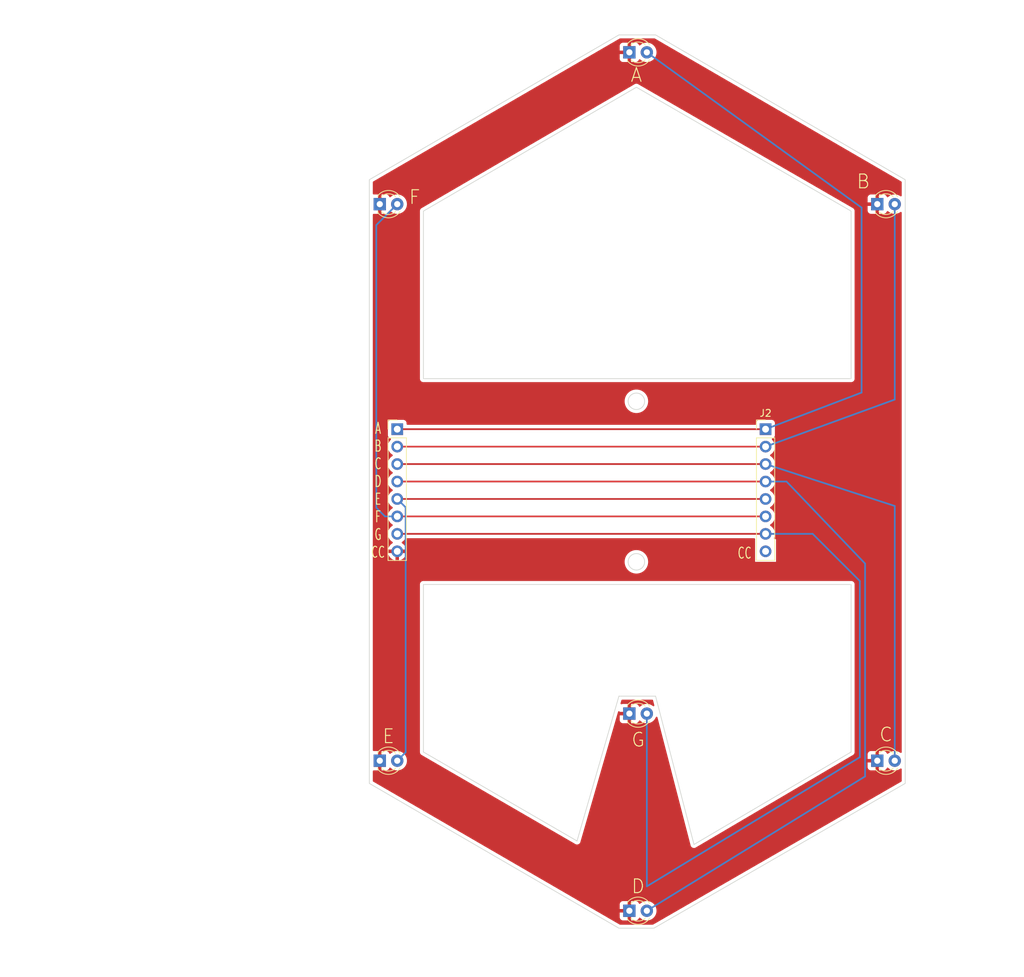
<source format=kicad_pcb>
(kicad_pcb (version 20211014) (generator pcbnew)
  (layers (0 "F.Cu" signal) (31 "B.Cu" signal) (34 "B.Paste" user) (35 "F.Paste" user) (36 "B.SilkS" user "B.Silkscreen") (37 "F.SilkS" user "F.Silkscreen") (38 "B.Mask" user) (39 "F.Mask" user) (44 "Edge.Cuts" user))
  (net 0 "")
  (net 1 "Net-(D4-Pad2)")
  (net 2 "Net-(D1-Pad1)")
  (net 3 "Net-(D1-Pad2)")
  (net 4 "Net-(D2-Pad2)")
  (net 5 "Net-(D3-Pad2)")
  (net 6 "Net-(D5-Pad2)")
  (net 7 "Net-(D6-Pad2)")
  (net 8 "Net-(D7-Pad2)")
  (footprint "Connector_PinHeader_2.54mm:PinHeader_1x08_P2.54mm_Vertical" (layer "F.Cu") (at 82.042 78.989)
    (fp_text reference "J1" hide)
    (fp_text value locked "CONN_08LOCK")
    (fp_line (start -1.33 19.11) (end 1.33 19.11) (layer "F.SilkS") (width 0.12))
    (fp_line (start -1.33 1.27) (end 1.33 1.27) (layer "F.SilkS") (width 0.12))
    (fp_line (start -1.33 1.27) (end -1.33 19.11) (layer "F.SilkS") (width 0.12))
    (fp_line (start 1.33 1.27) (end 1.33 19.11) (layer "F.SilkS") (width 0.12))
    (fp_line (start -1.33 0) (end -1.33 -1.33) (layer "F.SilkS") (width 0.12))
    (fp_line (start -1.33 -1.33) (end 0 -1.33) (layer "F.SilkS") (width 0.12))
    (pad "1" thru_hole rect (at 0 0) (size 1.7 1.7) (drill 1) (layers *.Cu *.Mask) (net 3 "Net-(D1-Pad2)"))
    (pad "2" thru_hole oval (at 0 2.54) (size 1.7 1.7) (drill 1) (layers *.Cu *.Mask) (net 4 "Net-(D2-Pad2)"))
    (pad "3" thru_hole oval (at 0 5.08) (size 1.7 1.7) (drill 1) (layers *.Cu *.Mask) (net 5 "Net-(D3-Pad2)"))
    (pad "4" thru_hole oval (at 0 7.62) (size 1.7 1.7) (drill 1) (layers *.Cu *.Mask) (net 1 "Net-(D4-Pad2)"))
    (pad "5" thru_hole oval (at 0 10.16) (size 1.7 1.7) (drill 1) (layers *.Cu *.Mask) (net 6 "Net-(D5-Pad2)"))
    (pad "6" thru_hole oval (at 0 12.7) (size 1.7 1.7) (drill 1) (layers *.Cu *.Mask) (net 7 "Net-(D6-Pad2)"))
    (pad "7" thru_hole oval (at 0 15.24) (size 1.7 1.7) (drill 1) (layers *.Cu *.Mask) (net 8 "Net-(D7-Pad2)"))
    (pad "8" thru_hole oval (at 0 17.78) (size 1.7 1.7) (drill 1) (layers *.Cu *.Mask) (net 2 "Net-(D1-Pad1)"))
  )
  (footprint "LED_THT:LED_D3.0mm" (layer "F.Cu") (at 79.502 46.228)
    (fp_text reference "D6" hide)
    (fp_text value "LED3MM")
    (fp_line (start -0.29 1.08) (end -0.29 1.236) (layer "F.SilkS") (width 0.12))
    (fp_line (start -0.29 -1.236) (end -0.29 -1.08) (layer "F.SilkS") (width 0.12))
    (fp_arc (start 2.942335 1.078608) (mid 1.366487 1.987659) (end -0.29 1.235516) (layer "F.SilkS") (width 0.12))
    (fp_arc (start 0.229039 -1.08) (mid 1.270117 -1.5) (end 2.31113 -1.079837) (layer "F.SilkS") (width 0.12))
    (fp_arc (start -0.29 -1.235516) (mid 1.366487 -1.987659) (end 2.942335 -1.078608) (layer "F.SilkS") (width 0.12))
    (fp_arc (start 2.31113 1.079837) (mid 1.270117 1.5) (end 0.229039 1.08) (layer "F.SilkS") (width 0.12))
    (pad "1" thru_hole rect (at 0 0) (size 1.8 1.8) (drill 0.9) (layers *.Cu *.Mask) (net 2 "Net-(D1-Pad1)"))
    (pad "2" thru_hole circle (at 2.54 0) (size 1.8 1.8) (drill 0.9) (layers *.Cu *.Mask) (net 7 "Net-(D6-Pad2)"))
  )
  (footprint "LED_THT:LED_D3.0mm" (layer "F.Cu") (at 79.502 127.254)
    (fp_text reference "D5" hide)
    (fp_text value "LED3MM")
    (fp_line (start -0.29 1.08) (end -0.29 1.236) (layer "F.SilkS") (width 0.12))
    (fp_line (start -0.29 -1.236) (end -0.29 -1.08) (layer "F.SilkS") (width 0.12))
    (fp_arc (start 2.31113 1.079837) (mid 1.270117 1.5) (end 0.229039 1.08) (layer "F.SilkS") (width 0.12))
    (fp_arc (start 0.229039 -1.08) (mid 1.270117 -1.5) (end 2.31113 -1.079837) (layer "F.SilkS") (width 0.12))
    (fp_arc (start -0.29 -1.235516) (mid 1.366487 -1.987659) (end 2.942335 -1.078608) (layer "F.SilkS") (width 0.12))
    (fp_arc (start 2.942335 1.078608) (mid 1.366487 1.987659) (end -0.29 1.235516) (layer "F.SilkS") (width 0.12))
    (pad "1" thru_hole rect (at 0 0) (size 1.8 1.8) (drill 0.9) (layers *.Cu *.Mask) (net 2 "Net-(D1-Pad1)"))
    (pad "2" thru_hole circle (at 2.54 0) (size 1.8 1.8) (drill 0.9) (layers *.Cu *.Mask) (net 6 "Net-(D5-Pad2)"))
  )
  (footprint "LED_THT:LED_D3.0mm" (layer "F.Cu") (at 151.892 46.228)
    (fp_text reference "D2" hide)
    (fp_text value "LED3MM")
    (fp_line (start -0.29 -1.236) (end -0.29 -1.08) (layer "F.SilkS") (width 0.12))
    (fp_line (start -0.29 1.08) (end -0.29 1.236) (layer "F.SilkS") (width 0.12))
    (fp_arc (start 2.31113 1.079837) (mid 1.270117 1.5) (end 0.229039 1.08) (layer "F.SilkS") (width 0.12))
    (fp_arc (start -0.29 -1.235516) (mid 1.366487 -1.987659) (end 2.942335 -1.078608) (layer "F.SilkS") (width 0.12))
    (fp_arc (start 2.942335 1.078608) (mid 1.366487 1.987659) (end -0.29 1.235516) (layer "F.SilkS") (width 0.12))
    (fp_arc (start 0.229039 -1.08) (mid 1.270117 -1.5) (end 2.31113 -1.079837) (layer "F.SilkS") (width 0.12))
    (pad "1" thru_hole rect (at 0 0) (size 1.8 1.8) (drill 0.9) (layers *.Cu *.Mask) (net 2 "Net-(D1-Pad1)"))
    (pad "2" thru_hole circle (at 2.54 0) (size 1.8 1.8) (drill 0.9) (layers *.Cu *.Mask) (net 4 "Net-(D2-Pad2)"))
  )
  (footprint "LED_THT:LED_D3.0mm" (layer "F.Cu") (at 115.819 120.396)
    (fp_text reference "D7" hide)
    (fp_text value "LED3MM")
    (fp_line (start -0.29 1.08) (end -0.29 1.236) (layer "F.SilkS") (width 0.12))
    (fp_line (start -0.29 -1.236) (end -0.29 -1.08) (layer "F.SilkS") (width 0.12))
    (fp_arc (start -0.29 -1.235516) (mid 1.366487 -1.987659) (end 2.942335 -1.078608) (layer "F.SilkS") (width 0.12))
    (fp_arc (start 2.31113 1.079837) (mid 1.270117 1.5) (end 0.229039 1.08) (layer "F.SilkS") (width 0.12))
    (fp_arc (start 2.942335 1.078608) (mid 1.366487 1.987659) (end -0.29 1.235516) (layer "F.SilkS") (width 0.12))
    (fp_arc (start 0.229039 -1.08) (mid 1.270117 -1.5) (end 2.31113 -1.079837) (layer "F.SilkS") (width 0.12))
    (pad "1" thru_hole rect (at 0 0) (size 1.8 1.8) (drill 0.9) (layers *.Cu *.Mask) (net 2 "Net-(D1-Pad1)"))
    (pad "2" thru_hole circle (at 2.54 0) (size 1.8 1.8) (drill 0.9) (layers *.Cu *.Mask) (net 8 "Net-(D7-Pad2)"))
  )
  (footprint "LED_THT:LED_D3.0mm" (layer "F.Cu") (at 115.819 149.098)
    (fp_text reference "D4" hide)
    (fp_text value "LED3MM")
    (fp_line (start -0.29 1.08) (end -0.29 1.236) (layer "F.SilkS") (width 0.12))
    (fp_line (start -0.29 -1.236) (end -0.29 -1.08) (layer "F.SilkS") (width 0.12))
    (fp_arc (start 2.942335 1.078608) (mid 1.366487 1.987659) (end -0.29 1.235516) (layer "F.SilkS") (width 0.12))
    (fp_arc (start 2.31113 1.079837) (mid 1.270117 1.5) (end 0.229039 1.08) (layer "F.SilkS") (width 0.12))
    (fp_arc (start 0.229039 -1.08) (mid 1.270117 -1.5) (end 2.31113 -1.079837) (layer "F.SilkS") (width 0.12))
    (fp_arc (start -0.29 -1.235516) (mid 1.366487 -1.987659) (end 2.942335 -1.078608) (layer "F.SilkS") (width 0.12))
    (pad "1" thru_hole rect (at 0 0) (size 1.8 1.8) (drill 0.9) (layers *.Cu *.Mask) (net 2 "Net-(D1-Pad1)"))
    (pad "2" thru_hole circle (at 2.54 0) (size 1.8 1.8) (drill 0.9) (layers *.Cu *.Mask) (net 1 "Net-(D4-Pad2)"))
  )
  (footprint "LED_THT:LED_D3.0mm" (layer "F.Cu") (at 115.819 24.13)
    (fp_text reference "D1" hide)
    (fp_text value "LED3MM")
    (fp_line (start -0.29 1.08) (end -0.29 1.236) (layer "F.SilkS") (width 0.12))
    (fp_line (start -0.29 -1.236) (end -0.29 -1.08) (layer "F.SilkS") (width 0.12))
    (fp_arc (start 2.942335 1.078608) (mid 1.366487 1.987659) (end -0.29 1.235516) (layer "F.SilkS") (width 0.12))
    (fp_arc (start 0.229039 -1.08) (mid 1.270117 -1.5) (end 2.31113 -1.079837) (layer "F.SilkS") (width 0.12))
    (fp_arc (start -0.29 -1.235516) (mid 1.366487 -1.987659) (end 2.942335 -1.078608) (layer "F.SilkS") (width 0.12))
    (fp_arc (start 2.31113 1.079837) (mid 1.270117 1.5) (end 0.229039 1.08) (layer "F.SilkS") (width 0.12))
    (pad "1" thru_hole rect (at 0 0) (size 1.8 1.8) (drill 0.9) (layers *.Cu *.Mask) (net 2 "Net-(D1-Pad1)"))
    (pad "2" thru_hole circle (at 2.54 0) (size 1.8 1.8) (drill 0.9) (layers *.Cu *.Mask) (net 3 "Net-(D1-Pad2)"))
  )
  (footprint "Connector_PinHeader_2.54mm:PinHeader_1x08_P2.54mm_Vertical" (layer "F.Cu") (at 135.636 78.989)
    (fp_text reference "J2" (at 0 -2.33) (layer "F.SilkS"))
    (fp_text value "CONN_07")
    (fp_line (start -1.33 1.27) (end 1.33 1.27) (layer "F.SilkS") (width 0.12))
    (fp_line (start -1.33 19.11) (end 1.33 19.11) (layer "F.SilkS") (width 0.12))
    (fp_line (start -1.33 1.27) (end -1.33 19.11) (layer "F.SilkS") (width 0.12))
    (fp_line (start 1.33 1.27) (end 1.33 19.11) (layer "F.SilkS") (width 0.12))
    (fp_line (start -1.33 0) (end -1.33 -1.33) (layer "F.SilkS") (width 0.12))
    (fp_line (start -1.33 -1.33) (end 0 -1.33) (layer "F.SilkS") (width 0.12))
    (pad "1" thru_hole rect (at 0 0) (size 1.7 1.7) (drill 1) (layers *.Cu *.Mask) (net 3 "Net-(D1-Pad2)"))
    (pad "2" thru_hole oval (at 0 2.54) (size 1.7 1.7) (drill 1) (layers *.Cu *.Mask) (net 4 "Net-(D2-Pad2)"))
    (pad "3" thru_hole oval (at 0 5.08) (size 1.7 1.7) (drill 1) (layers *.Cu *.Mask) (net 5 "Net-(D3-Pad2)"))
    (pad "4" thru_hole oval (at 0 7.62) (size 1.7 1.7) (drill 1) (layers *.Cu *.Mask) (net 1 "Net-(D4-Pad2)"))
    (pad "5" thru_hole oval (at 0 10.16) (size 1.7 1.7) (drill 1) (layers *.Cu *.Mask) (net 6 "Net-(D5-Pad2)"))
    (pad "6" thru_hole oval (at 0 12.7) (size 1.7 1.7) (drill 1) (layers *.Cu *.Mask) (net 7 "Net-(D6-Pad2)"))
    (pad "7" thru_hole oval (at 0 15.24) (size 1.7 1.7) (drill 1) (layers *.Cu *.Mask) (net 8 "Net-(D7-Pad2)"))
    (pad "8" thru_hole oval (at 0 17.78) (size 1.7 1.7) (drill 1) (layers *.Cu *.Mask))
  )
  (footprint "LED_THT:LED_D3.0mm" (layer "F.Cu") (at 151.892 127.254)
    (fp_text reference "D3" hide)
    (fp_text value "LED3MM")
    (fp_line (start -0.29 1.08) (end -0.29 1.236) (layer "F.SilkS") (width 0.12))
    (fp_line (start -0.29 -1.236) (end -0.29 -1.08) (layer "F.SilkS") (width 0.12))
    (fp_arc (start 2.942335 1.078608) (mid 1.366487 1.987659) (end -0.29 1.235516) (layer "F.SilkS") (width 0.12))
    (fp_arc (start 2.31113 1.079837) (mid 1.270117 1.5) (end 0.229039 1.08) (layer "F.SilkS") (width 0.12))
    (fp_arc (start -0.29 -1.235516) (mid 1.366487 -1.987659) (end 2.942335 -1.078608) (layer "F.SilkS") (width 0.12))
    (fp_arc (start 0.229039 -1.08) (mid 1.270117 -1.5) (end 2.31113 -1.079837) (layer "F.SilkS") (width 0.12))
    (pad "1" thru_hole rect (at 0 0) (size 1.8 1.8) (drill 0.9) (layers *.Cu *.Mask) (net 2 "Net-(D1-Pad1)"))
    (pad "2" thru_hole circle (at 2.54 0) (size 1.8 1.8) (drill 0.9) (layers *.Cu *.Mask) (net 5 "Net-(D3-Pad2)"))
  )
  (gr_poly (pts (xy 148.082 47.244) (xy 148.082 71.628) (xy 85.852 71.628) (xy 85.852 47.244) (xy 116.84 29.21)) (layer "Edge.Cuts") (width 0.1) (fill none))
  (gr_line (start 85.852 101.6) (end 85.852 125.984) (layer "Edge.Cuts") (width 0.1))
  (gr_line (start 148.082 101.6) (end 85.852 101.6) (layer "Edge.Cuts") (width 0.1))
  (gr_line (start 148.082 125.984) (end 148.082 101.6) (layer "Edge.Cuts") (width 0.1))
  (gr_line (start 125.222 139.446) (end 148.082 125.984) (layer "Edge.Cuts") (width 0.1))
  (gr_line (start 85.852 125.984) (end 108.204 138.938) (layer "Edge.Cuts") (width 0.1))
  (gr_circle (center 116.84 74.93) (end 118.04 74.93) (layer "Edge.Cuts") (width 0.1) (fill none))
  (gr_line (start 114.3 117.856) (end 119.634 117.856) (layer "Edge.Cuts") (width 0.1))
  (gr_circle (center 116.84 98.298) (end 118.04 98.298) (layer "Edge.Cuts") (width 0.1) (fill none))
  (gr_poly (pts (xy 155.956 42.672) (xy 155.956 130.556) (xy 119.38 151.638) (xy 114.3 151.638) (xy 77.978 130.556) (xy 77.978 42.672) (xy 114.3 21.59) (xy 119.634 21.59)) (layer "Edge.Cuts") (width 0.1) (fill none))
  (gr_line (start 119.634 117.856) (end 125.222 139.446) (layer "Edge.Cuts") (width 0.1))
  (gr_line (start 114.3 117.856) (end 108.204 138.938) (layer "Edge.Cuts") (width 0.1))
  (gr_text "D" (at 117.094 145.542) (layer "F.SilkS") (effects (font (size 2 2))))
  (gr_text "E" (at 80.772 123.698) (layer "F.SilkS") (effects (font (size 2 2))))
  (gr_text "A" (at 116.84 27.432) (layer "F.SilkS") (effects (font (size 2 2))))
  (gr_text "A\nB\nC\nD\nE\nF\nG\nCC" (at 79.248 87.884) (layer "F.SilkS") (effects (font (size 1.6 1))))
  (gr_text "F" (at 84.582 45.212) (layer "F.SilkS") (effects (font (size 2 2))))
  (gr_text "B" (at 149.86 42.926) (layer "F.SilkS") (effects (font (size 2 2))))
  (gr_text "G" (at 117.094 124.206) (layer "F.SilkS") (effects (font (size 2 2))))
  (gr_text "CC" (at 132.588 97.028) (layer "F.SilkS") (effects (font (size 1.6 1))))
  (gr_text "C" (at 153.162 123.444) (layer "F.SilkS") (effects (font (size 2 2))))
  (segment (start 135.636 86.609) (end 82.042 86.609) (width 0.25) (layer "F.Cu") (net 1))
  (segment (start 150.114 98.552) (end 138.684 86.614) (width 0.25) (layer "B.Cu") (net 1))
  (segment (start 138.684 86.614) (end 135.636 86.609) (width 0.25) (layer "B.Cu") (net 1))
  (segment (start 150.114 129.54) (end 150.114 98.552) (width 0.25) (layer "B.Cu") (net 1))
  (segment (start 118.359 149.098) (end 150.114 129.54) (width 0.25) (layer "B.Cu") (net 1))
  (segment (start 82.042 78.989) (end 135.636 78.989) (width 0.25) (layer "F.Cu") (net 3))
  (segment (start 149.606 46.736) (end 149.606 73.66) (width 0.25) (layer "B.Cu") (net 3))
  (segment (start 149.606 73.66) (end 135.636 78.989) (width 0.25) (layer "B.Cu") (net 3))
  (segment (start 118.359 24.13) (end 149.606 46.736) (width 0.25) (layer "B.Cu") (net 3))
  (segment (start 82.042 81.529) (end 135.636 81.529) (width 0.25) (layer "F.Cu") (net 4))
  (segment (start 154.432 74.676) (end 135.636 81.529) (width 0.25) (layer "B.Cu") (net 4))
  (segment (start 154.432 46.228) (end 154.432 74.676) (width 0.25) (layer "B.Cu") (net 4))
  (segment (start 82.042 84.069) (end 135.636 84.069) (width 0.25) (layer "F.Cu") (net 5))
  (segment (start 154.432 127.254) (end 154.432 90.17) (width 0.25) (layer "B.Cu") (net 5))
  (segment (start 154.432 90.17) (end 135.636 84.069) (width 0.25) (layer "B.Cu") (net 5))
  (segment (start 82.042 89.149) (end 135.636 89.149) (width 0.25) (layer "F.Cu") (net 6))
  (segment (start 83.267 90.374) (end 82.042 89.149) (width 0.25) (layer "B.Cu") (net 6))
  (segment (start 83.267 126.029) (end 83.267 90.374) (width 0.25) (layer "B.Cu") (net 6))
  (segment (start 82.042 127.254) (end 83.267 126.029) (width 0.25) (layer "B.Cu") (net 6))
  (segment (start 135.636 91.689) (end 82.042 91.689) (width 0.25) (layer "F.Cu") (net 7))
  (segment (start 82.042 46.228) (end 78.994 49.276) (width 0.25) (layer "B.Cu") (net 7))
  (segment (start 78.994 90.424) (end 80.259 91.689) (width 0.25) (layer "B.Cu") (net 7))
  (segment (start 80.259 91.689) (end 82.042 91.689) (width 0.25) (layer "B.Cu") (net 7))
  (segment (start 78.994 49.276) (end 78.994 90.424) (width 0.25) (layer "B.Cu") (net 7))
  (segment (start 82.042 94.229) (end 135.636 94.229) (width 0.25) (layer "F.Cu") (net 8))
  (segment (start 142.489 94.229) (end 135.636 94.229) (width 0.25) (layer "B.Cu") (net 8))
  (segment (start 149.352 126.746) (end 118.364 145.542) (width 0.25) (layer "B.Cu") (net 8))
  (segment (start 149.352 126.746) (end 149.352 101.092) (width 0.25) (layer "B.Cu") (net 8))
  (segment (start 118.364 145.542) (end 118.359 120.396) (width 0.25) (layer "B.Cu") (net 8))
  (segment (start 149.352 101.092) (end 142.489 94.229) (width 0.25) (layer "B.Cu") (net 8))
  (zone (net 2) (net_name "Net-(D1-Pad1)") (layer "F.Cu") (connect_pads (clearance 0.508)) (min_thickness 0.254) (fill yes (thermal_gap 0.508) (thermal_bridge_width 0.508))
    (polygon (pts (xy 159.766 39.37) (xy 160.274 135.89) (xy 116.332 158.75) (xy 72.898 134.366) (xy 74.168 40.64) (xy 116.84 16.51)))
  )
  (zone (net 0) (net_name "") (layers "F.Cu" "Edge.Cuts") (connect_pads (clearance 0)) (min_thickness 0.254)
    (keepout (tracks allowed) (vias allowed) (pads allowed) (copperpour not_allowed) (footprints allowed))
    (fill (thermal_gap 0.508) (thermal_bridge_width 0.508))
    (polygon (pts (xy 137.16 98.298) (xy 134.112 98.298) (xy 134.112 94.996) (xy 137.16 94.996)))
  )
)
</source>
